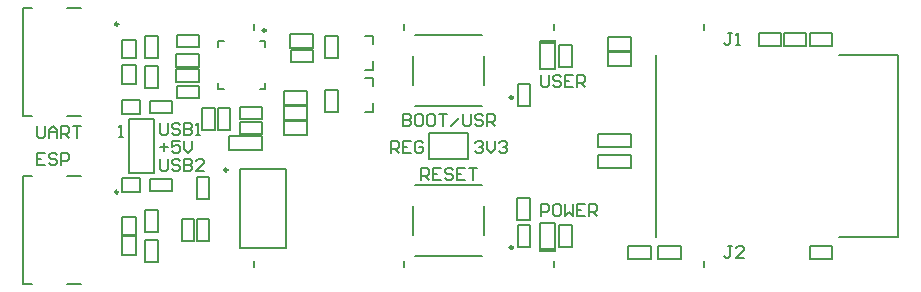
<source format=gto>
G04*
G04 #@! TF.GenerationSoftware,Altium Limited,Altium Designer,25.7.1 (20)*
G04*
G04 Layer_Color=65535*
%FSLAX25Y25*%
%MOIN*%
G70*
G04*
G04 #@! TF.SameCoordinates,FC8E4296-A409-4092-80C3-4C3ED3C77B16*
G04*
G04*
G04 #@! TF.FilePolarity,Positive*
G04*
G01*
G75*
%ADD10C,0.00984*%
%ADD11C,0.00600*%
%ADD12C,0.00787*%
%ADD13C,0.00500*%
%ADD14R,0.05600X0.01456*%
D10*
X29783Y90571D02*
G03*
X29783Y90571I-492J0D01*
G01*
Y34587D02*
G03*
X29783Y34587I-492J0D01*
G01*
X78992Y88500D02*
G03*
X78992Y88500I-492J0D01*
G01*
X161358Y66142D02*
G03*
X161358Y66142I-492J0D01*
G01*
X66189Y41992D02*
G03*
X66189Y41992I-492J0D01*
G01*
X161358Y16142D02*
G03*
X161358Y16142I-492J0D01*
G01*
D11*
X189798Y54000D02*
X197398D01*
X189798Y49600D02*
X197398D01*
X189798D02*
Y54000D01*
X193200Y49600D02*
X200800D01*
X193200Y54000D02*
X200800D01*
Y49600D02*
Y54000D01*
X189798Y42600D02*
Y47000D01*
Y42600D02*
X197398D01*
X189798Y47000D02*
X197398D01*
X193200Y42600D02*
X200800D01*
X193200Y47000D02*
X200800D01*
Y42600D02*
Y47000D01*
X66798Y48800D02*
Y53200D01*
Y48800D02*
X74398D01*
X66798Y53200D02*
X74398D01*
X77800Y48800D02*
Y53200D01*
X70200D02*
X77800D01*
X70200Y48800D02*
X77800D01*
X75000Y9500D02*
Y11500D01*
X125000Y9500D02*
Y11500D01*
X175000Y9500D02*
Y11500D01*
X225000Y9500D02*
Y11500D01*
X75000Y88500D02*
Y90500D01*
X125000Y88500D02*
Y90500D01*
X175000Y88500D02*
Y90500D01*
X225000Y88500D02*
Y90500D01*
X146500Y45750D02*
Y54250D01*
X133500D02*
X146500D01*
X133500Y45750D02*
X146500D01*
X133500D02*
Y54250D01*
X176800Y16200D02*
Y23800D01*
X181200D01*
Y16200D02*
Y23800D01*
X176800Y16200D02*
X181200D01*
X77700Y58900D02*
Y63100D01*
X70300D02*
X77700D01*
X70300Y58900D02*
Y63100D01*
Y58900D02*
X77700D01*
X70300Y53900D02*
X77700D01*
X70300D02*
Y58100D01*
X77700D01*
Y53900D02*
Y58100D01*
X49200Y80700D02*
X56800D01*
Y76300D02*
Y80700D01*
X49200Y76300D02*
X56800D01*
X49200D02*
Y80700D01*
Y75700D02*
X56800D01*
Y71300D02*
Y75700D01*
X49200Y71300D02*
X56800D01*
X49200D02*
Y75700D01*
X49300Y82900D02*
Y87100D01*
Y82900D02*
X56700D01*
Y87100D01*
X49300D02*
X56700D01*
X30900Y65300D02*
X37100D01*
Y60700D02*
Y65300D01*
X30900Y60700D02*
X37100D01*
X30900D02*
Y65300D01*
X35800Y79180D02*
Y85379D01*
X31200Y79180D02*
X35800D01*
X31200D02*
Y85379D01*
X35800D01*
X31200Y70621D02*
Y76820D01*
X35800D01*
Y70621D02*
Y76820D01*
X31200Y70621D02*
X35800D01*
X40300Y60900D02*
X47700D01*
X40300D02*
Y65100D01*
X47700D01*
Y60900D02*
Y65100D01*
X260300Y12400D02*
Y16600D01*
Y12400D02*
X267700D01*
Y16600D01*
X260300D02*
X267700D01*
X260300Y83400D02*
X267700D01*
X260300D02*
Y87600D01*
X267700D01*
Y83400D02*
Y87600D01*
X94700Y77900D02*
Y82100D01*
X87300D02*
X94700D01*
X87300Y77900D02*
Y82100D01*
Y77900D02*
X94700D01*
X62900Y55300D02*
Y62700D01*
X67100D01*
Y55300D02*
Y62700D01*
X62900Y55300D02*
X67100D01*
X49300Y65900D02*
Y70100D01*
Y65900D02*
X56700D01*
Y70100D01*
X49300D02*
X56700D01*
X47700Y34900D02*
Y39100D01*
X40300D02*
X47700D01*
X40300Y34900D02*
Y39100D01*
Y34900D02*
X47700D01*
X55900Y32300D02*
Y39700D01*
X60100D01*
Y32300D02*
Y39700D01*
X55900Y32300D02*
X60100D01*
X55900Y25700D02*
X60100D01*
X55900Y18300D02*
Y25700D01*
Y18300D02*
X60100D01*
Y25700D01*
X55100Y18300D02*
Y25700D01*
X50900Y18300D02*
X55100D01*
X50900D02*
Y25700D01*
X55100D01*
X243300Y83400D02*
Y87600D01*
Y83400D02*
X250700D01*
Y87600D01*
X243300D02*
X250700D01*
X251800Y83400D02*
X259200D01*
X251800D02*
Y87600D01*
X259200D01*
Y83400D02*
Y87600D01*
X162900Y16300D02*
X167100D01*
Y23700D01*
X162900D02*
X167100D01*
X162900Y16300D02*
Y23700D01*
Y63300D02*
Y70700D01*
X167100D01*
Y63300D02*
Y70700D01*
X162900Y63300D02*
X167100D01*
X33250Y41000D02*
Y59000D01*
Y41000D02*
X41750D01*
Y59000D01*
X33250D02*
X41750D01*
X193200Y81800D02*
Y86200D01*
Y81800D02*
X200800D01*
Y86200D01*
X193200D02*
X200800D01*
X217300Y12300D02*
Y16700D01*
X209700D02*
X217300D01*
X209700Y12300D02*
Y16700D01*
Y12300D02*
X217300D01*
X98800Y79200D02*
X103200D01*
Y86800D01*
X98800D02*
X103200D01*
X98800Y79200D02*
Y86800D01*
X207300Y12300D02*
Y16700D01*
X199700D02*
X207300D01*
X199700Y12300D02*
Y16700D01*
Y12300D02*
X207300D01*
X162800Y25200D02*
X167200D01*
Y32800D01*
X162800D02*
X167200D01*
X162800Y25200D02*
Y32800D01*
X98800Y68800D02*
X103200D01*
X98800Y61200D02*
Y68800D01*
Y61200D02*
X103200D01*
Y68800D01*
X38800Y18800D02*
X43200D01*
X38800Y11200D02*
Y18800D01*
Y11200D02*
X43200D01*
Y18800D01*
X38800Y21200D02*
X43200D01*
Y28800D01*
X38800D02*
X43200D01*
X38800Y21200D02*
Y28800D01*
X30900Y34700D02*
Y39300D01*
Y34700D02*
X37100D01*
Y39300D01*
X30900D02*
X37100D01*
X31200Y26379D02*
X35800D01*
X31200Y20179D02*
Y26379D01*
Y20179D02*
X35800D01*
Y26379D01*
X31200Y13621D02*
X35800D01*
Y19820D01*
X31200D02*
X35800D01*
X31200Y13621D02*
Y19820D01*
X38800Y79200D02*
X43200D01*
Y86800D01*
X38800D02*
X43200D01*
X38800Y79200D02*
Y86800D01*
Y76800D02*
X43200D01*
X38800Y69200D02*
Y76800D01*
Y69200D02*
X43200D01*
Y76800D01*
X85200Y63800D02*
Y68200D01*
Y63800D02*
X92800D01*
Y68200D01*
X85200D02*
X92800D01*
X85200Y53800D02*
Y58200D01*
Y53800D02*
X92800D01*
Y58200D01*
X85200D02*
X92800D01*
X175500Y75700D02*
Y85100D01*
X170500Y75700D02*
X175500D01*
X170500D02*
Y85100D01*
X175500D01*
X170500Y14900D02*
X175500D01*
Y24300D01*
X170500D02*
X175500D01*
X170500Y14900D02*
Y24300D01*
X57800Y55200D02*
X62200D01*
Y62800D01*
X57800D02*
X62200D01*
X57800Y55200D02*
Y62800D01*
X94800Y82800D02*
Y87200D01*
X87200D02*
X94800D01*
X87200Y82800D02*
Y87200D01*
Y82800D02*
X94800D01*
X85200Y58800D02*
Y63200D01*
Y58800D02*
X92800D01*
Y63200D01*
X85200D02*
X92800D01*
X176800Y83800D02*
X181200D01*
X176800Y76200D02*
Y83800D01*
Y76200D02*
X181200D01*
Y83800D01*
X193200Y76800D02*
Y81200D01*
Y76800D02*
X200800D01*
Y81200D01*
X193200D02*
X200800D01*
X170600Y73599D02*
Y70266D01*
X171266Y69600D01*
X172599D01*
X173266Y70266D01*
Y73599D01*
X177264Y72932D02*
X176598Y73599D01*
X175265D01*
X174599Y72932D01*
Y72266D01*
X175265Y71599D01*
X176598D01*
X177264Y70933D01*
Y70266D01*
X176598Y69600D01*
X175265D01*
X174599Y70266D01*
X181263Y73599D02*
X178597D01*
Y69600D01*
X181263D01*
X178597Y71599D02*
X179930D01*
X182596Y69600D02*
Y73599D01*
X184596D01*
X185262Y72932D01*
Y71599D01*
X184596Y70933D01*
X182596D01*
X183929D02*
X185262Y69600D01*
X170600Y26600D02*
Y30599D01*
X172599D01*
X173266Y29932D01*
Y28599D01*
X172599Y27933D01*
X170600D01*
X176598Y30599D02*
X175265D01*
X174599Y29932D01*
Y27266D01*
X175265Y26600D01*
X176598D01*
X177264Y27266D01*
Y29932D01*
X176598Y30599D01*
X178597D02*
Y26600D01*
X179930Y27933D01*
X181263Y26600D01*
Y30599D01*
X185262D02*
X182596D01*
Y26600D01*
X185262D01*
X182596Y28599D02*
X183929D01*
X186595Y26600D02*
Y30599D01*
X188594D01*
X189261Y29932D01*
Y28599D01*
X188594Y27933D01*
X186595D01*
X187928D02*
X189261Y26600D01*
X124672Y60599D02*
Y56600D01*
X126671D01*
X127337Y57266D01*
Y57933D01*
X126671Y58599D01*
X124672D01*
X126671D01*
X127337Y59266D01*
Y59932D01*
X126671Y60599D01*
X124672D01*
X130670D02*
X129337D01*
X128670Y59932D01*
Y57266D01*
X129337Y56600D01*
X130670D01*
X131336Y57266D01*
Y59932D01*
X130670Y60599D01*
X134668D02*
X133335D01*
X132669Y59932D01*
Y57266D01*
X133335Y56600D01*
X134668D01*
X135335Y57266D01*
Y59932D01*
X134668Y60599D01*
X136668D02*
X139333D01*
X138001D01*
Y56600D01*
X140666D02*
X143332Y59266D01*
X144665Y60599D02*
Y57266D01*
X145332Y56600D01*
X146665D01*
X147331Y57266D01*
Y60599D01*
X151330Y59932D02*
X150663Y60599D01*
X149330D01*
X148664Y59932D01*
Y59266D01*
X149330Y58599D01*
X150663D01*
X151330Y57933D01*
Y57266D01*
X150663Y56600D01*
X149330D01*
X148664Y57266D01*
X152663Y56600D02*
Y60599D01*
X154662D01*
X155328Y59932D01*
Y58599D01*
X154662Y57933D01*
X152663D01*
X153996D02*
X155328Y56600D01*
X130670Y38600D02*
Y42599D01*
X132669D01*
X133335Y41932D01*
Y40599D01*
X132669Y39933D01*
X130670D01*
X132003D02*
X133335Y38600D01*
X137334Y42599D02*
X134668D01*
Y38600D01*
X137334D01*
X134668Y40599D02*
X136001D01*
X141333Y41932D02*
X140666Y42599D01*
X139333D01*
X138667Y41932D01*
Y41266D01*
X139333Y40599D01*
X140666D01*
X141333Y39933D01*
Y39266D01*
X140666Y38600D01*
X139333D01*
X138667Y39266D01*
X145332Y42599D02*
X142666D01*
Y38600D01*
X145332D01*
X142666Y40599D02*
X143999D01*
X146665Y42599D02*
X149330D01*
X147997D01*
Y38600D01*
X120600Y47600D02*
Y51599D01*
X122599D01*
X123266Y50932D01*
Y49599D01*
X122599Y48933D01*
X120600D01*
X121933D02*
X123266Y47600D01*
X127264Y51599D02*
X124599D01*
Y47600D01*
X127264D01*
X124599Y49599D02*
X125932D01*
X131263Y50932D02*
X130597Y51599D01*
X129264D01*
X128597Y50932D01*
Y48266D01*
X129264Y47600D01*
X130597D01*
X131263Y48266D01*
Y49599D01*
X129930D01*
X148600Y50932D02*
X149267Y51599D01*
X150599D01*
X151266Y50932D01*
Y50266D01*
X150599Y49599D01*
X149933D01*
X150599D01*
X151266Y48933D01*
Y48266D01*
X150599Y47600D01*
X149267D01*
X148600Y48266D01*
X152599Y51599D02*
Y48933D01*
X153932Y47600D01*
X155264Y48933D01*
Y51599D01*
X156597Y50932D02*
X157264Y51599D01*
X158597D01*
X159263Y50932D01*
Y50266D01*
X158597Y49599D01*
X157930D01*
X158597D01*
X159263Y48933D01*
Y48266D01*
X158597Y47600D01*
X157264D01*
X156597Y48266D01*
X43600Y45599D02*
Y42266D01*
X44266Y41600D01*
X45599D01*
X46266Y42266D01*
Y45599D01*
X50265Y44932D02*
X49598Y45599D01*
X48265D01*
X47599Y44932D01*
Y44266D01*
X48265Y43599D01*
X49598D01*
X50265Y42933D01*
Y42266D01*
X49598Y41600D01*
X48265D01*
X47599Y42266D01*
X51597Y45599D02*
Y41600D01*
X53597D01*
X54263Y42266D01*
Y42933D01*
X53597Y43599D01*
X51597D01*
X53597D01*
X54263Y44266D01*
Y44932D01*
X53597Y45599D01*
X51597D01*
X58262Y41600D02*
X55596D01*
X58262Y44266D01*
Y44932D01*
X57595Y45599D01*
X56263D01*
X55596Y44932D01*
X43600Y49599D02*
X46266D01*
X44933Y50932D02*
Y48266D01*
X50265Y51599D02*
X47599D01*
Y49599D01*
X48932Y50266D01*
X49598D01*
X50265Y49599D01*
Y48266D01*
X49598Y47600D01*
X48265D01*
X47599Y48266D01*
X51597Y51599D02*
Y48933D01*
X52930Y47600D01*
X54263Y48933D01*
Y51599D01*
X43600Y57599D02*
Y54266D01*
X44266Y53600D01*
X45599D01*
X46266Y54266D01*
Y57599D01*
X50265Y56932D02*
X49598Y57599D01*
X48265D01*
X47599Y56932D01*
Y56266D01*
X48265Y55599D01*
X49598D01*
X50265Y54933D01*
Y54266D01*
X49598Y53600D01*
X48265D01*
X47599Y54266D01*
X51597Y57599D02*
Y53600D01*
X53597D01*
X54263Y54266D01*
Y54933D01*
X53597Y55599D01*
X51597D01*
X53597D01*
X54263Y56266D01*
Y56932D01*
X53597Y57599D01*
X51597D01*
X55596Y53600D02*
X56929D01*
X56263D01*
Y57599D01*
X55596Y56932D01*
X2600Y56599D02*
Y53266D01*
X3266Y52600D01*
X4599D01*
X5266Y53266D01*
Y56599D01*
X6599Y52600D02*
Y55266D01*
X7932Y56599D01*
X9264Y55266D01*
Y52600D01*
Y54599D01*
X6599D01*
X10597Y52600D02*
Y56599D01*
X12597D01*
X13263Y55932D01*
Y54599D01*
X12597Y53933D01*
X10597D01*
X11930D02*
X13263Y52600D01*
X14596Y56599D02*
X17262D01*
X15929D01*
Y52600D01*
X5266Y47599D02*
X2600D01*
Y43600D01*
X5266D01*
X2600Y45599D02*
X3933D01*
X9264Y46932D02*
X8598Y47599D01*
X7265D01*
X6599Y46932D01*
Y46266D01*
X7265Y45599D01*
X8598D01*
X9264Y44933D01*
Y44266D01*
X8598Y43600D01*
X7265D01*
X6599Y44266D01*
X10597Y43600D02*
Y47599D01*
X12597D01*
X13263Y46932D01*
Y45599D01*
X12597Y44933D01*
X10597D01*
X234266Y16599D02*
X232933D01*
X233599D01*
Y13266D01*
X232933Y12600D01*
X232266D01*
X231600Y13266D01*
X238264Y12600D02*
X235599D01*
X238264Y15266D01*
Y15932D01*
X237598Y16599D01*
X236265D01*
X235599Y15932D01*
X234266Y87599D02*
X232933D01*
X233599D01*
Y84266D01*
X232933Y83600D01*
X232266D01*
X231600Y84266D01*
X235599Y83600D02*
X236932D01*
X236265D01*
Y87599D01*
X235599Y86932D01*
X30100Y53100D02*
X31433D01*
X30766D01*
Y57099D01*
X30100Y56432D01*
D12*
X12559Y95984D02*
X17480D01*
X-1909D02*
X945D01*
X-1909Y60000D02*
Y95984D01*
X12559Y60000D02*
X17480D01*
X-1909D02*
X945D01*
X-1909Y4016D02*
X945D01*
X12559D02*
X17480D01*
X-1909D02*
Y40000D01*
X945D01*
X12559D02*
X17480D01*
X114559Y69854D02*
Y72709D01*
X112000D02*
X114559D01*
Y61291D02*
Y64146D01*
X112000Y61291D02*
X114559D01*
Y83854D02*
Y86709D01*
X112000D02*
X114559D01*
Y75291D02*
Y78146D01*
X112000Y75291D02*
X114559D01*
X76906Y84874D02*
X78874D01*
Y82906D02*
Y84874D01*
X63126D02*
X65095D01*
X63126Y82906D02*
Y84874D01*
X76906Y69126D02*
X78874D01*
Y71095D01*
X63126Y69126D02*
X65095D01*
X63126D02*
Y71095D01*
X151811Y70177D02*
Y79823D01*
X128878Y86811D02*
X151122D01*
X128189Y70177D02*
Y79823D01*
X128878Y63189D02*
X151122D01*
X70323Y15811D02*
Y42189D01*
X85677Y15811D02*
Y42189D01*
X70323D02*
X85677D01*
X70323Y15811D02*
X85677D01*
X151811Y20177D02*
Y29823D01*
X128878Y36811D02*
X151122D01*
X128189Y20177D02*
Y29823D01*
X128878Y13189D02*
X151122D01*
D13*
X289799Y19685D02*
Y80315D01*
X269917Y19685D02*
X289799D01*
X209090D02*
Y80315D01*
X269917D02*
X289799D01*
D14*
X173000Y84772D02*
D03*
Y15228D02*
D03*
M02*

</source>
